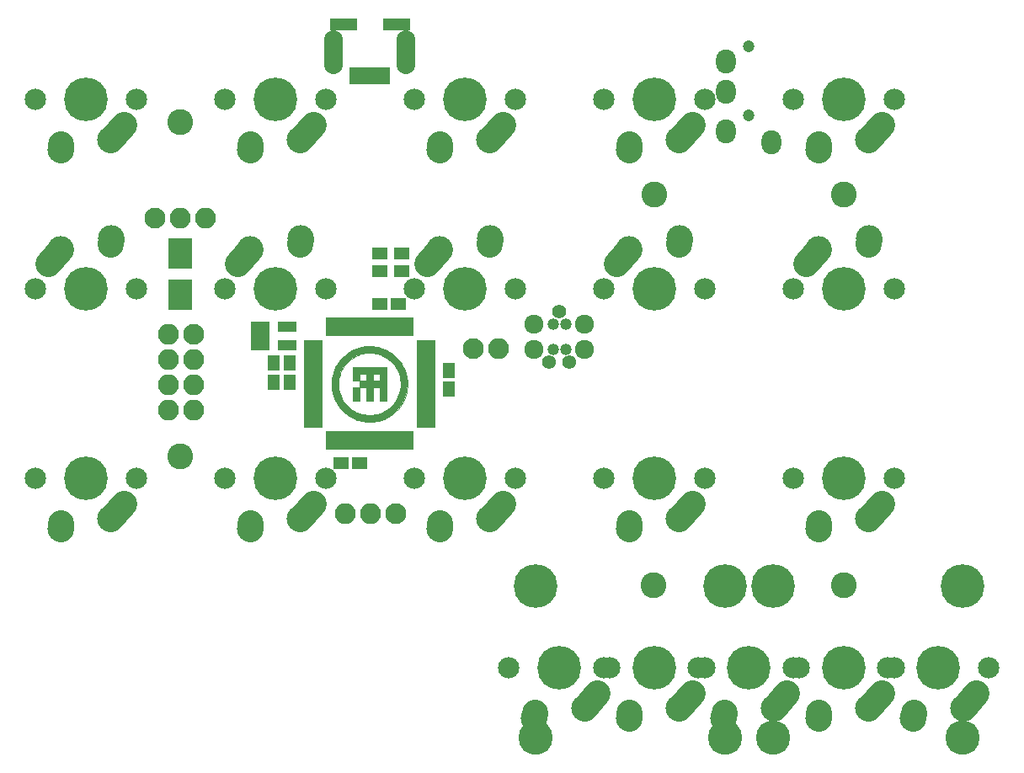
<source format=gbs>
G04 #@! TF.FileFunction,Soldermask,Bot*
%FSLAX46Y46*%
G04 Gerber Fmt 4.6, Leading zero omitted, Abs format (unit mm)*
G04 Created by KiCad (PCBNEW 4.0.7) date 06/11/18 00:32:22*
%MOMM*%
%LPD*%
G01*
G04 APERTURE LIST*
%ADD10C,0.100000*%
%ADD11C,0.010000*%
%ADD12C,2.600000*%
%ADD13R,1.150000X1.600000*%
%ADD14R,1.600000X1.150000*%
%ADD15R,2.430000X3.050000*%
%ADD16R,2.750000X1.200000*%
%ADD17R,0.900000X1.800000*%
%ADD18O,1.900000X4.400000*%
%ADD19O,2.000000X2.400000*%
%ADD20C,1.200000*%
%ADD21C,2.100000*%
%ADD22O,2.100000X2.100000*%
%ADD23C,1.184860*%
%ADD24C,1.388060*%
%ADD25C,1.385520*%
%ADD26C,1.924000*%
%ADD27R,1.600000X1.300000*%
%ADD28C,2.650000*%
%ADD29C,2.650000*%
%ADD30C,4.387800*%
%ADD31C,2.150000*%
%ADD32C,3.448000*%
%ADD33R,1.960000X1.050000*%
%ADD34R,0.950000X1.900000*%
%ADD35R,1.900000X0.950000*%
G04 APERTURE END LIST*
D10*
D11*
G36*
X80707928Y-70041189D02*
X80427719Y-70067606D01*
X80148222Y-70114253D01*
X80132440Y-70117498D01*
X79874784Y-70181256D01*
X79620906Y-70264424D01*
X79372338Y-70366214D01*
X79130615Y-70485839D01*
X78897269Y-70622513D01*
X78673834Y-70775449D01*
X78461844Y-70943861D01*
X78378180Y-71017574D01*
X78249656Y-71138716D01*
X78134171Y-71257560D01*
X78026226Y-71380124D01*
X77920320Y-71512429D01*
X77892625Y-71548920D01*
X77732573Y-71778117D01*
X77591321Y-72014839D01*
X77468652Y-72259571D01*
X77364348Y-72512797D01*
X77278191Y-72775001D01*
X77209962Y-73046669D01*
X77202061Y-73084349D01*
X77157077Y-73353043D01*
X77131568Y-73623734D01*
X77125523Y-73894760D01*
X77138933Y-74164460D01*
X77171786Y-74431174D01*
X77211510Y-74638805D01*
X77232725Y-74729136D01*
X77257252Y-74825222D01*
X77283383Y-74920842D01*
X77309412Y-75009774D01*
X77333629Y-75085799D01*
X77336675Y-75094760D01*
X77361238Y-75161831D01*
X77392247Y-75239542D01*
X77427838Y-75323783D01*
X77466150Y-75410446D01*
X77505316Y-75495423D01*
X77543476Y-75574603D01*
X77578763Y-75643880D01*
X77609316Y-75699144D01*
X77615477Y-75709440D01*
X77642393Y-75753496D01*
X77674511Y-75805976D01*
X77706390Y-75857995D01*
X77718101Y-75877080D01*
X77741871Y-75913897D01*
X77775055Y-75962646D01*
X77814704Y-76019134D01*
X77857868Y-76079165D01*
X77901600Y-76138545D01*
X77906858Y-76145577D01*
X78019806Y-76286934D01*
X78147295Y-76429896D01*
X78284563Y-76569705D01*
X78426855Y-76701601D01*
X78569409Y-76820826D01*
X78624423Y-76863142D01*
X78683434Y-76906740D01*
X78743611Y-76950133D01*
X78800759Y-76990371D01*
X78850683Y-77024506D01*
X78889189Y-77049590D01*
X78892920Y-77051899D01*
X78942189Y-77082114D01*
X78995555Y-77114791D01*
X79044130Y-77144492D01*
X79060560Y-77154523D01*
X79103303Y-77178779D01*
X79160935Y-77208823D01*
X79229527Y-77242778D01*
X79305152Y-77278766D01*
X79383881Y-77314908D01*
X79461784Y-77349326D01*
X79517760Y-77373067D01*
X79703263Y-77442496D01*
X79903159Y-77503300D01*
X80113018Y-77554509D01*
X80328408Y-77595149D01*
X80544899Y-77624249D01*
X80731880Y-77639487D01*
X80801376Y-77643258D01*
X80856538Y-77645889D01*
X80902571Y-77647376D01*
X80944679Y-77647713D01*
X80988065Y-77646897D01*
X81037934Y-77644921D01*
X81099489Y-77641781D01*
X81148440Y-77639103D01*
X81396453Y-77617123D01*
X81641133Y-77578472D01*
X81884594Y-77522613D01*
X82128947Y-77449004D01*
X82376305Y-77357109D01*
X82555600Y-77280154D01*
X82681152Y-77218740D01*
X82815205Y-77144829D01*
X82953117Y-77061422D01*
X83090246Y-76971521D01*
X83221950Y-76878126D01*
X83343586Y-76784238D01*
X83414120Y-76725177D01*
X83614055Y-76538597D01*
X83799909Y-76338787D01*
X83970945Y-76126987D01*
X84126427Y-75904442D01*
X84265618Y-75672393D01*
X84387781Y-75432082D01*
X84492178Y-75184752D01*
X84578074Y-74931645D01*
X84644730Y-74674004D01*
X84652502Y-74637560D01*
X84700295Y-74358121D01*
X84727856Y-74077937D01*
X84733685Y-73855160D01*
X84057697Y-73855160D01*
X84053165Y-74016576D01*
X84042534Y-74174864D01*
X84025871Y-74324418D01*
X84022527Y-74348000D01*
X83983489Y-74552477D01*
X83926413Y-74760207D01*
X83852601Y-74968217D01*
X83763358Y-75173533D01*
X83659987Y-75373183D01*
X83543792Y-75564192D01*
X83416076Y-75743589D01*
X83403421Y-75759882D01*
X83239552Y-75952881D01*
X83061535Y-76131566D01*
X82870291Y-76295253D01*
X82666742Y-76443259D01*
X82451812Y-76574897D01*
X82226421Y-76689486D01*
X82049306Y-76764511D01*
X81914797Y-76812037D01*
X81767913Y-76855558D01*
X81615639Y-76893372D01*
X81464961Y-76923776D01*
X81322865Y-76945068D01*
X81295760Y-76948118D01*
X81247881Y-76953189D01*
X81204537Y-76957816D01*
X81171636Y-76961367D01*
X81158600Y-76962803D01*
X81124098Y-76965205D01*
X81073720Y-76966783D01*
X81011893Y-76967571D01*
X80943043Y-76967605D01*
X80871598Y-76966917D01*
X80801983Y-76965543D01*
X80738626Y-76963517D01*
X80685952Y-76960873D01*
X80660760Y-76958952D01*
X80409221Y-76925687D01*
X80161301Y-76872859D01*
X79918594Y-76800948D01*
X79682691Y-76710433D01*
X79455182Y-76601794D01*
X79427851Y-76587200D01*
X79350455Y-76542671D01*
X79263277Y-76487940D01*
X79171495Y-76426558D01*
X79080289Y-76362073D01*
X78994835Y-76298037D01*
X78928480Y-76244853D01*
X78740706Y-76075257D01*
X78568692Y-75893134D01*
X78412847Y-75699266D01*
X78273576Y-75494434D01*
X78151286Y-75279421D01*
X78046383Y-75055008D01*
X77959276Y-74821977D01*
X77890368Y-74581111D01*
X77840069Y-74333192D01*
X77810075Y-74093945D01*
X77805390Y-74018703D01*
X77803037Y-73929408D01*
X77802893Y-73831427D01*
X77804832Y-73730128D01*
X77808732Y-73630878D01*
X77814470Y-73539045D01*
X77821920Y-73459996D01*
X77825290Y-73433600D01*
X77856345Y-73249267D01*
X77897118Y-73066650D01*
X77946130Y-72891607D01*
X78001899Y-72729994D01*
X78005489Y-72720694D01*
X78104848Y-72492026D01*
X78221060Y-72273053D01*
X78353197Y-72064718D01*
X78500333Y-71867964D01*
X78661539Y-71683733D01*
X78835889Y-71512969D01*
X79022455Y-71356615D01*
X79220311Y-71215613D01*
X79428528Y-71090906D01*
X79646179Y-70983437D01*
X79761600Y-70935141D01*
X79910173Y-70879021D01*
X80047163Y-70832725D01*
X80176815Y-70795465D01*
X80303376Y-70766448D01*
X80431090Y-70744886D01*
X80564203Y-70729987D01*
X80706961Y-70720962D01*
X80863608Y-70717020D01*
X80935080Y-70716691D01*
X81048252Y-70717333D01*
X81145361Y-70719392D01*
X81230639Y-70723234D01*
X81308317Y-70729228D01*
X81382626Y-70737741D01*
X81457798Y-70749143D01*
X81538062Y-70763801D01*
X81585320Y-70773263D01*
X81690225Y-70798066D01*
X81806887Y-70831330D01*
X81929631Y-70871078D01*
X82052781Y-70915330D01*
X82170662Y-70962107D01*
X82277598Y-71009430D01*
X82315655Y-71027880D01*
X82489885Y-71122488D01*
X82662445Y-71230819D01*
X82829509Y-71349995D01*
X82987253Y-71477137D01*
X83131851Y-71609367D01*
X83244596Y-71726991D01*
X83409231Y-71925509D01*
X83556163Y-72132933D01*
X83685061Y-72348559D01*
X83795597Y-72571687D01*
X83887440Y-72801615D01*
X83960262Y-73037641D01*
X84013732Y-73279062D01*
X84034009Y-73408200D01*
X84048187Y-73545366D01*
X84056060Y-73696222D01*
X84057697Y-73855160D01*
X84733685Y-73855160D01*
X84735192Y-73797596D01*
X84722310Y-73517691D01*
X84689218Y-73238811D01*
X84635922Y-72961548D01*
X84632303Y-72945920D01*
X84570805Y-72720283D01*
X84491555Y-72491785D01*
X84396059Y-72264046D01*
X84285825Y-72040686D01*
X84173690Y-71843824D01*
X84046561Y-71651283D01*
X83901750Y-71461270D01*
X83741896Y-71276601D01*
X83569634Y-71100092D01*
X83387602Y-70934558D01*
X83198437Y-70782815D01*
X83139536Y-70739572D01*
X82928924Y-70599375D01*
X82706464Y-70472255D01*
X82475366Y-70359681D01*
X82238841Y-70263122D01*
X82000099Y-70184048D01*
X81824080Y-70137697D01*
X81546926Y-70083259D01*
X81268122Y-70049023D01*
X80988259Y-70034998D01*
X80707928Y-70041189D01*
X80707928Y-70041189D01*
G37*
X80707928Y-70041189D02*
X80427719Y-70067606D01*
X80148222Y-70114253D01*
X80132440Y-70117498D01*
X79874784Y-70181256D01*
X79620906Y-70264424D01*
X79372338Y-70366214D01*
X79130615Y-70485839D01*
X78897269Y-70622513D01*
X78673834Y-70775449D01*
X78461844Y-70943861D01*
X78378180Y-71017574D01*
X78249656Y-71138716D01*
X78134171Y-71257560D01*
X78026226Y-71380124D01*
X77920320Y-71512429D01*
X77892625Y-71548920D01*
X77732573Y-71778117D01*
X77591321Y-72014839D01*
X77468652Y-72259571D01*
X77364348Y-72512797D01*
X77278191Y-72775001D01*
X77209962Y-73046669D01*
X77202061Y-73084349D01*
X77157077Y-73353043D01*
X77131568Y-73623734D01*
X77125523Y-73894760D01*
X77138933Y-74164460D01*
X77171786Y-74431174D01*
X77211510Y-74638805D01*
X77232725Y-74729136D01*
X77257252Y-74825222D01*
X77283383Y-74920842D01*
X77309412Y-75009774D01*
X77333629Y-75085799D01*
X77336675Y-75094760D01*
X77361238Y-75161831D01*
X77392247Y-75239542D01*
X77427838Y-75323783D01*
X77466150Y-75410446D01*
X77505316Y-75495423D01*
X77543476Y-75574603D01*
X77578763Y-75643880D01*
X77609316Y-75699144D01*
X77615477Y-75709440D01*
X77642393Y-75753496D01*
X77674511Y-75805976D01*
X77706390Y-75857995D01*
X77718101Y-75877080D01*
X77741871Y-75913897D01*
X77775055Y-75962646D01*
X77814704Y-76019134D01*
X77857868Y-76079165D01*
X77901600Y-76138545D01*
X77906858Y-76145577D01*
X78019806Y-76286934D01*
X78147295Y-76429896D01*
X78284563Y-76569705D01*
X78426855Y-76701601D01*
X78569409Y-76820826D01*
X78624423Y-76863142D01*
X78683434Y-76906740D01*
X78743611Y-76950133D01*
X78800759Y-76990371D01*
X78850683Y-77024506D01*
X78889189Y-77049590D01*
X78892920Y-77051899D01*
X78942189Y-77082114D01*
X78995555Y-77114791D01*
X79044130Y-77144492D01*
X79060560Y-77154523D01*
X79103303Y-77178779D01*
X79160935Y-77208823D01*
X79229527Y-77242778D01*
X79305152Y-77278766D01*
X79383881Y-77314908D01*
X79461784Y-77349326D01*
X79517760Y-77373067D01*
X79703263Y-77442496D01*
X79903159Y-77503300D01*
X80113018Y-77554509D01*
X80328408Y-77595149D01*
X80544899Y-77624249D01*
X80731880Y-77639487D01*
X80801376Y-77643258D01*
X80856538Y-77645889D01*
X80902571Y-77647376D01*
X80944679Y-77647713D01*
X80988065Y-77646897D01*
X81037934Y-77644921D01*
X81099489Y-77641781D01*
X81148440Y-77639103D01*
X81396453Y-77617123D01*
X81641133Y-77578472D01*
X81884594Y-77522613D01*
X82128947Y-77449004D01*
X82376305Y-77357109D01*
X82555600Y-77280154D01*
X82681152Y-77218740D01*
X82815205Y-77144829D01*
X82953117Y-77061422D01*
X83090246Y-76971521D01*
X83221950Y-76878126D01*
X83343586Y-76784238D01*
X83414120Y-76725177D01*
X83614055Y-76538597D01*
X83799909Y-76338787D01*
X83970945Y-76126987D01*
X84126427Y-75904442D01*
X84265618Y-75672393D01*
X84387781Y-75432082D01*
X84492178Y-75184752D01*
X84578074Y-74931645D01*
X84644730Y-74674004D01*
X84652502Y-74637560D01*
X84700295Y-74358121D01*
X84727856Y-74077937D01*
X84733685Y-73855160D01*
X84057697Y-73855160D01*
X84053165Y-74016576D01*
X84042534Y-74174864D01*
X84025871Y-74324418D01*
X84022527Y-74348000D01*
X83983489Y-74552477D01*
X83926413Y-74760207D01*
X83852601Y-74968217D01*
X83763358Y-75173533D01*
X83659987Y-75373183D01*
X83543792Y-75564192D01*
X83416076Y-75743589D01*
X83403421Y-75759882D01*
X83239552Y-75952881D01*
X83061535Y-76131566D01*
X82870291Y-76295253D01*
X82666742Y-76443259D01*
X82451812Y-76574897D01*
X82226421Y-76689486D01*
X82049306Y-76764511D01*
X81914797Y-76812037D01*
X81767913Y-76855558D01*
X81615639Y-76893372D01*
X81464961Y-76923776D01*
X81322865Y-76945068D01*
X81295760Y-76948118D01*
X81247881Y-76953189D01*
X81204537Y-76957816D01*
X81171636Y-76961367D01*
X81158600Y-76962803D01*
X81124098Y-76965205D01*
X81073720Y-76966783D01*
X81011893Y-76967571D01*
X80943043Y-76967605D01*
X80871598Y-76966917D01*
X80801983Y-76965543D01*
X80738626Y-76963517D01*
X80685952Y-76960873D01*
X80660760Y-76958952D01*
X80409221Y-76925687D01*
X80161301Y-76872859D01*
X79918594Y-76800948D01*
X79682691Y-76710433D01*
X79455182Y-76601794D01*
X79427851Y-76587200D01*
X79350455Y-76542671D01*
X79263277Y-76487940D01*
X79171495Y-76426558D01*
X79080289Y-76362073D01*
X78994835Y-76298037D01*
X78928480Y-76244853D01*
X78740706Y-76075257D01*
X78568692Y-75893134D01*
X78412847Y-75699266D01*
X78273576Y-75494434D01*
X78151286Y-75279421D01*
X78046383Y-75055008D01*
X77959276Y-74821977D01*
X77890368Y-74581111D01*
X77840069Y-74333192D01*
X77810075Y-74093945D01*
X77805390Y-74018703D01*
X77803037Y-73929408D01*
X77802893Y-73831427D01*
X77804832Y-73730128D01*
X77808732Y-73630878D01*
X77814470Y-73539045D01*
X77821920Y-73459996D01*
X77825290Y-73433600D01*
X77856345Y-73249267D01*
X77897118Y-73066650D01*
X77946130Y-72891607D01*
X78001899Y-72729994D01*
X78005489Y-72720694D01*
X78104848Y-72492026D01*
X78221060Y-72273053D01*
X78353197Y-72064718D01*
X78500333Y-71867964D01*
X78661539Y-71683733D01*
X78835889Y-71512969D01*
X79022455Y-71356615D01*
X79220311Y-71215613D01*
X79428528Y-71090906D01*
X79646179Y-70983437D01*
X79761600Y-70935141D01*
X79910173Y-70879021D01*
X80047163Y-70832725D01*
X80176815Y-70795465D01*
X80303376Y-70766448D01*
X80431090Y-70744886D01*
X80564203Y-70729987D01*
X80706961Y-70720962D01*
X80863608Y-70717020D01*
X80935080Y-70716691D01*
X81048252Y-70717333D01*
X81145361Y-70719392D01*
X81230639Y-70723234D01*
X81308317Y-70729228D01*
X81382626Y-70737741D01*
X81457798Y-70749143D01*
X81538062Y-70763801D01*
X81585320Y-70773263D01*
X81690225Y-70798066D01*
X81806887Y-70831330D01*
X81929631Y-70871078D01*
X82052781Y-70915330D01*
X82170662Y-70962107D01*
X82277598Y-71009430D01*
X82315655Y-71027880D01*
X82489885Y-71122488D01*
X82662445Y-71230819D01*
X82829509Y-71349995D01*
X82987253Y-71477137D01*
X83131851Y-71609367D01*
X83244596Y-71726991D01*
X83409231Y-71925509D01*
X83556163Y-72132933D01*
X83685061Y-72348559D01*
X83795597Y-72571687D01*
X83887440Y-72801615D01*
X83960262Y-73037641D01*
X84013732Y-73279062D01*
X84034009Y-73408200D01*
X84048187Y-73545366D01*
X84056060Y-73696222D01*
X84057697Y-73855160D01*
X84733685Y-73855160D01*
X84735192Y-73797596D01*
X84722310Y-73517691D01*
X84689218Y-73238811D01*
X84635922Y-72961548D01*
X84632303Y-72945920D01*
X84570805Y-72720283D01*
X84491555Y-72491785D01*
X84396059Y-72264046D01*
X84285825Y-72040686D01*
X84173690Y-71843824D01*
X84046561Y-71651283D01*
X83901750Y-71461270D01*
X83741896Y-71276601D01*
X83569634Y-71100092D01*
X83387602Y-70934558D01*
X83198437Y-70782815D01*
X83139536Y-70739572D01*
X82928924Y-70599375D01*
X82706464Y-70472255D01*
X82475366Y-70359681D01*
X82238841Y-70263122D01*
X82000099Y-70184048D01*
X81824080Y-70137697D01*
X81546926Y-70083259D01*
X81268122Y-70049023D01*
X80988259Y-70034998D01*
X80707928Y-70041189D01*
G36*
X79233280Y-73494560D02*
X79914000Y-73494560D01*
X79914000Y-72813840D01*
X80254496Y-72813840D01*
X80594991Y-72813839D01*
X80592316Y-73156740D01*
X80589640Y-73499640D01*
X80251820Y-73502316D01*
X79914000Y-73504993D01*
X79914000Y-74175280D01*
X80594720Y-74175280D01*
X80594720Y-75536720D01*
X81265136Y-75536720D01*
X81270360Y-74180360D01*
X81613260Y-74177684D01*
X81956160Y-74175009D01*
X81956160Y-75536720D01*
X82626720Y-75536720D01*
X82626720Y-73152371D01*
X81956160Y-73152371D01*
X81955960Y-73233414D01*
X81955393Y-73307918D01*
X81954505Y-73373462D01*
X81953347Y-73427626D01*
X81951965Y-73467990D01*
X81950410Y-73492135D01*
X81949252Y-73498081D01*
X81937789Y-73499658D01*
X81908437Y-73500949D01*
X81863627Y-73501924D01*
X81805790Y-73502554D01*
X81737356Y-73502808D01*
X81660755Y-73502656D01*
X81606352Y-73502314D01*
X81270360Y-73499640D01*
X81270360Y-72818920D01*
X81613260Y-72816244D01*
X81956160Y-72813569D01*
X81956160Y-73152371D01*
X82626720Y-73152371D01*
X82626720Y-72143280D01*
X79233280Y-72143280D01*
X79233280Y-73494560D01*
X79233280Y-73494560D01*
G37*
X79233280Y-73494560D02*
X79914000Y-73494560D01*
X79914000Y-72813840D01*
X80254496Y-72813840D01*
X80594991Y-72813839D01*
X80592316Y-73156740D01*
X80589640Y-73499640D01*
X80251820Y-73502316D01*
X79914000Y-73504993D01*
X79914000Y-74175280D01*
X80594720Y-74175280D01*
X80594720Y-75536720D01*
X81265136Y-75536720D01*
X81270360Y-74180360D01*
X81613260Y-74177684D01*
X81956160Y-74175009D01*
X81956160Y-75536720D01*
X82626720Y-75536720D01*
X82626720Y-73152371D01*
X81956160Y-73152371D01*
X81955960Y-73233414D01*
X81955393Y-73307918D01*
X81954505Y-73373462D01*
X81953347Y-73427626D01*
X81951965Y-73467990D01*
X81950410Y-73492135D01*
X81949252Y-73498081D01*
X81937789Y-73499658D01*
X81908437Y-73500949D01*
X81863627Y-73501924D01*
X81805790Y-73502554D01*
X81737356Y-73502808D01*
X81660755Y-73502656D01*
X81606352Y-73502314D01*
X81270360Y-73499640D01*
X81270360Y-72818920D01*
X81613260Y-72816244D01*
X81956160Y-72813569D01*
X81956160Y-73152371D01*
X82626720Y-73152371D01*
X82626720Y-72143280D01*
X79233280Y-72143280D01*
X79233280Y-73494560D01*
G36*
X79233280Y-75536720D02*
X79914145Y-75536720D01*
X79911533Y-74858540D01*
X79908920Y-74180360D01*
X79233280Y-74175006D01*
X79233280Y-75536720D01*
X79233280Y-75536720D01*
G37*
X79233280Y-75536720D02*
X79914145Y-75536720D01*
X79911533Y-74858540D01*
X79908920Y-74180360D01*
X79233280Y-74175006D01*
X79233280Y-75536720D01*
D12*
X128600000Y-94100000D03*
X109500000Y-94050000D03*
X128650000Y-54750000D03*
X109600000Y-54750000D03*
X61900000Y-81100000D03*
X61900000Y-47500000D03*
D13*
X72900000Y-71750000D03*
X72900000Y-73650000D03*
X71300000Y-71750000D03*
X71300000Y-73650000D03*
D14*
X78050000Y-81800000D03*
X79950000Y-81800000D03*
D13*
X88900000Y-74350000D03*
X88900000Y-72450000D03*
D14*
X83850000Y-65800000D03*
X81950000Y-65800000D03*
D15*
X61900000Y-64900000D03*
X61900000Y-60720000D03*
D16*
X83645000Y-37660000D03*
X78295000Y-37660000D03*
D17*
X79370000Y-42860000D03*
X80170000Y-42860000D03*
X80970000Y-42860000D03*
X81770000Y-42860000D03*
X82570000Y-42860000D03*
D18*
X77320000Y-40460000D03*
X84620000Y-40460000D03*
D19*
X121350000Y-49550000D03*
X116750000Y-48450000D03*
X116750000Y-41450000D03*
D20*
X119050000Y-46850000D03*
X119050000Y-39850000D03*
D19*
X116750000Y-44450000D03*
D21*
X63240000Y-68880000D03*
D22*
X60700000Y-68880000D03*
X63240000Y-71420000D03*
X60700000Y-71420000D03*
X63240000Y-73960000D03*
X60700000Y-73960000D03*
X63240000Y-76500000D03*
X60700000Y-76500000D03*
D21*
X83540000Y-86900000D03*
D22*
X81000000Y-86900000D03*
X78460000Y-86900000D03*
D21*
X59360000Y-57150000D03*
D22*
X61900000Y-57150000D03*
X64440000Y-57150000D03*
D21*
X91400000Y-70300000D03*
D22*
X93940000Y-70300000D03*
D23*
X100647500Y-67786250D03*
X99377500Y-67786250D03*
X100647500Y-70326250D03*
X99377500Y-70326250D03*
D24*
X100012500Y-66516250D03*
D25*
X98996500Y-71596250D03*
X101028500Y-71596250D03*
D26*
X102552500Y-67786250D03*
X97472500Y-67786250D03*
X102552500Y-70326250D03*
X97472500Y-70326250D03*
D27*
X82000000Y-62500000D03*
X84200000Y-62500000D03*
X82000000Y-60700000D03*
X84200000Y-60700000D03*
D28*
X49887500Y-49743750D02*
X49847500Y-50323750D01*
D29*
X49847500Y-50323750D03*
D28*
X56197500Y-47783750D02*
X54887498Y-49243750D01*
D30*
X52387500Y-45243750D03*
D29*
X54887500Y-49243750D03*
D31*
X57467500Y-45243750D03*
X47307500Y-45243750D03*
D28*
X68937500Y-49743750D02*
X68897500Y-50323750D01*
D29*
X68897500Y-50323750D03*
D28*
X75247500Y-47783750D02*
X73937498Y-49243750D01*
D30*
X71437500Y-45243750D03*
D29*
X73937500Y-49243750D03*
D31*
X76517500Y-45243750D03*
X66357500Y-45243750D03*
D28*
X87987500Y-49743750D02*
X87947500Y-50323750D01*
D29*
X87947500Y-50323750D03*
D28*
X94297500Y-47783750D02*
X92987498Y-49243750D01*
D30*
X90487500Y-45243750D03*
D29*
X92987500Y-49243750D03*
D31*
X95567500Y-45243750D03*
X85407500Y-45243750D03*
D28*
X107037500Y-49743750D02*
X106997500Y-50323750D01*
D29*
X106997500Y-50323750D03*
D28*
X113347500Y-47783750D02*
X112037498Y-49243750D01*
D30*
X109537500Y-45243750D03*
D29*
X112037500Y-49243750D03*
D31*
X114617500Y-45243750D03*
X104457500Y-45243750D03*
D28*
X126087500Y-49743750D02*
X126047500Y-50323750D01*
D29*
X126047500Y-50323750D03*
D28*
X132397500Y-47783750D02*
X131087498Y-49243750D01*
D30*
X128587500Y-45243750D03*
D29*
X131087500Y-49243750D03*
D31*
X133667500Y-45243750D03*
X123507500Y-45243750D03*
D28*
X54887500Y-59793750D02*
X54927500Y-59213750D01*
D29*
X54927500Y-59213750D03*
D28*
X48577500Y-61753750D02*
X49887502Y-60293750D01*
D30*
X52387500Y-64293750D03*
D29*
X49887500Y-60293750D03*
D31*
X47307500Y-64293750D03*
X57467500Y-64293750D03*
D28*
X73937500Y-59793750D02*
X73977500Y-59213750D01*
D29*
X73977500Y-59213750D03*
D28*
X67627500Y-61753750D02*
X68937502Y-60293750D01*
D30*
X71437500Y-64293750D03*
D29*
X68937500Y-60293750D03*
D31*
X66357500Y-64293750D03*
X76517500Y-64293750D03*
D28*
X92987500Y-59793750D02*
X93027500Y-59213750D01*
D29*
X93027500Y-59213750D03*
D28*
X86677500Y-61753750D02*
X87987502Y-60293750D01*
D30*
X90487500Y-64293750D03*
D29*
X87987500Y-60293750D03*
D31*
X85407500Y-64293750D03*
X95567500Y-64293750D03*
D28*
X112037500Y-59793750D02*
X112077500Y-59213750D01*
D29*
X112077500Y-59213750D03*
D28*
X105727500Y-61753750D02*
X107037502Y-60293750D01*
D30*
X109537500Y-64293750D03*
D29*
X107037500Y-60293750D03*
D31*
X104457500Y-64293750D03*
X114617500Y-64293750D03*
D28*
X131087500Y-59793750D02*
X131127500Y-59213750D01*
D29*
X131127500Y-59213750D03*
D28*
X124777500Y-61753750D02*
X126087502Y-60293750D01*
D30*
X128587500Y-64293750D03*
D29*
X126087500Y-60293750D03*
D31*
X123507500Y-64293750D03*
X133667500Y-64293750D03*
D28*
X49887500Y-87843750D02*
X49847500Y-88423750D01*
D29*
X49847500Y-88423750D03*
D28*
X56197500Y-85883750D02*
X54887498Y-87343750D01*
D30*
X52387500Y-83343750D03*
D29*
X54887500Y-87343750D03*
D31*
X57467500Y-83343750D03*
X47307500Y-83343750D03*
D28*
X68937500Y-87843750D02*
X68897500Y-88423750D01*
D29*
X68897500Y-88423750D03*
D28*
X75247500Y-85883750D02*
X73937498Y-87343750D01*
D30*
X71437500Y-83343750D03*
D29*
X73937500Y-87343750D03*
D31*
X76517500Y-83343750D03*
X66357500Y-83343750D03*
D28*
X87987500Y-87843750D02*
X87947500Y-88423750D01*
D29*
X87947500Y-88423750D03*
D28*
X94297500Y-85883750D02*
X92987498Y-87343750D01*
D30*
X90487500Y-83343750D03*
D29*
X92987500Y-87343750D03*
D31*
X95567500Y-83343750D03*
X85407500Y-83343750D03*
D28*
X107037500Y-87843750D02*
X106997500Y-88423750D01*
D29*
X106997500Y-88423750D03*
D28*
X113347500Y-85883750D02*
X112037498Y-87343750D01*
D30*
X109537500Y-83343750D03*
D29*
X112037500Y-87343750D03*
D31*
X114617500Y-83343750D03*
X104457500Y-83343750D03*
D28*
X126087500Y-87843750D02*
X126047500Y-88423750D01*
D29*
X126047500Y-88423750D03*
D28*
X132397500Y-85883750D02*
X131087498Y-87343750D01*
D30*
X128587500Y-83343750D03*
D29*
X131087500Y-87343750D03*
D31*
X133667500Y-83343750D03*
X123507500Y-83343750D03*
D28*
X97512500Y-106893750D02*
X97472500Y-107473750D01*
D29*
X97472500Y-107473750D03*
D28*
X103822500Y-104933750D02*
X102512498Y-106393750D01*
D30*
X100012500Y-102393750D03*
D29*
X102512500Y-106393750D03*
D31*
X105092500Y-102393750D03*
X94932500Y-102393750D03*
D28*
X116562500Y-106893750D02*
X116522500Y-107473750D01*
D29*
X116522500Y-107473750D03*
D28*
X122872500Y-104933750D02*
X121562498Y-106393750D01*
D30*
X119062500Y-102393750D03*
D29*
X121562500Y-106393750D03*
D31*
X124142500Y-102393750D03*
X113982500Y-102393750D03*
D28*
X135612500Y-106893750D02*
X135572500Y-107473750D01*
D29*
X135572500Y-107473750D03*
D28*
X141922500Y-104933750D02*
X140612498Y-106393750D01*
D30*
X138112500Y-102393750D03*
D29*
X140612500Y-106393750D03*
D31*
X143192500Y-102393750D03*
X133032500Y-102393750D03*
D28*
X107037500Y-106893750D02*
X106997500Y-107473750D01*
D29*
X106997500Y-107473750D03*
D28*
X113347500Y-104933750D02*
X112037498Y-106393750D01*
D30*
X109537500Y-102393750D03*
D29*
X112037500Y-106393750D03*
D31*
X114617500Y-102393750D03*
X104457500Y-102393750D03*
D32*
X121475500Y-109378750D03*
X97599500Y-109378750D03*
D30*
X121475500Y-94138750D03*
X97599500Y-94138750D03*
D28*
X126087500Y-106893750D02*
X126047500Y-107473750D01*
D29*
X126047500Y-107473750D03*
D28*
X132397500Y-104933750D02*
X131087498Y-106393750D01*
D30*
X128587500Y-102393750D03*
D29*
X131087500Y-106393750D03*
D31*
X133667500Y-102393750D03*
X123507500Y-102393750D03*
D32*
X140525500Y-109378750D03*
X116649500Y-109378750D03*
D30*
X140525500Y-94138750D03*
X116649500Y-94138750D03*
D33*
X69950000Y-69950000D03*
X69950000Y-69000000D03*
X69950000Y-68050000D03*
X72650000Y-68050000D03*
X72650000Y-69950000D03*
D34*
X84950000Y-79518750D03*
X84150000Y-79518750D03*
X83350000Y-79518750D03*
X82550000Y-79518750D03*
X81750000Y-79518750D03*
X80950000Y-79518750D03*
X80150000Y-79518750D03*
X79350000Y-79518750D03*
X78550000Y-79518750D03*
X77750000Y-79518750D03*
X76950000Y-79518750D03*
D35*
X75250000Y-77818750D03*
X75250000Y-77018750D03*
X75250000Y-76218750D03*
X75250000Y-75418750D03*
X75250000Y-74618750D03*
X75250000Y-73818750D03*
X75250000Y-73018750D03*
X75250000Y-72218750D03*
X75250000Y-71418750D03*
X75250000Y-70618750D03*
X75250000Y-69818750D03*
D34*
X76950000Y-68118750D03*
X77750000Y-68118750D03*
X78550000Y-68118750D03*
X79350000Y-68118750D03*
X80150000Y-68118750D03*
X80950000Y-68118750D03*
X81750000Y-68118750D03*
X82550000Y-68118750D03*
X83350000Y-68118750D03*
X84150000Y-68118750D03*
X84950000Y-68118750D03*
D35*
X86650000Y-69818750D03*
X86650000Y-70618750D03*
X86650000Y-71418750D03*
X86650000Y-72218750D03*
X86650000Y-73018750D03*
X86650000Y-73818750D03*
X86650000Y-74618750D03*
X86650000Y-75418750D03*
X86650000Y-76218750D03*
X86650000Y-77018750D03*
X86650000Y-77818750D03*
M02*

</source>
